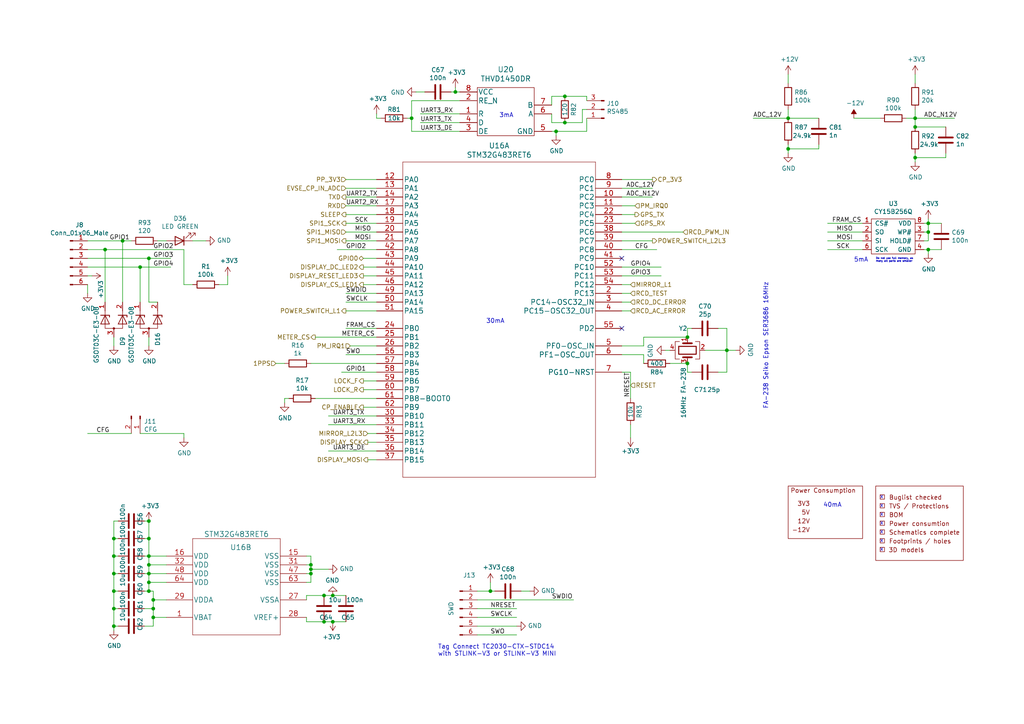
<source format=kicad_sch>
(kicad_sch (version 20211123) (generator eeschema)
  (paper "A4")
  (title_block (title "Yeti Board") (date "2021-05-14") (rev "02") (company "Pionix GmbH") (comment 1 "Cornelius Claussen"))
  (lib_symbols
    (symbol "Connector:Conn_01x02_Male" (pin_names (offset 1.016) hide)
      (property "Reference" "J" (at 0 2.54 0))
      (property "Value" "Conn_01x02_Male" (at 0 -5.08 0))
      (symbol "Conn_01x02_Male_1_1"
        (polyline (pts (xy 1.27 -2.54) (xy 0.8636 -2.54)) (stroke (width 0.1524)))
        (polyline (pts (xy 1.27 0) (xy 0.8636 0)) (stroke (width 0.1524)))
        (rectangle (start 0.8636 -2.413) (end 0 -2.667) (stroke (width 0.1524)) (fill (type outline)))
        (rectangle (start 0.8636 0.127) (end 0 -0.127) (stroke (width 0.1524)) (fill (type outline)))
        (pin passive line (at 5.08 0 180) (length 3.81) (name "Pin_1") (number "1"))
        (pin passive line (at 5.08 -2.54 180) (length 3.81) (name "Pin_2") (number "2"))
      )
    )
    (symbol "Connector:Conn_01x03_Male" (pin_names (offset 1.016) hide)
      (property "Reference" "J" (at 0 5.08 0))
      (property "Value" "Conn_01x03_Male" (at 0 -5.08 0))
      (symbol "Conn_01x03_Male_1_1"
        (polyline (pts (xy 1.27 -2.54) (xy 0.8636 -2.54)) (stroke (width 0.1524)))
        (polyline (pts (xy 1.27 0) (xy 0.8636 0)) (stroke (width 0.1524)))
        (polyline (pts (xy 1.27 2.54) (xy 0.8636 2.54)) (stroke (width 0.1524)))
        (rectangle (start 0.8636 -2.413) (end 0 -2.667) (stroke (width 0.1524)) (fill (type outline)))
        (rectangle (start 0.8636 0.127) (end 0 -0.127) (stroke (width 0.1524)) (fill (type outline)))
        (rectangle (start 0.8636 2.667) (end 0 2.413) (stroke (width 0.1524)) (fill (type outline)))
        (pin passive line (at 5.08 2.54 180) (length 3.81) (name "Pin_1") (number "1"))
        (pin passive line (at 5.08 0 180) (length 3.81) (name "Pin_2") (number "2"))
        (pin passive line (at 5.08 -2.54 180) (length 3.81) (name "Pin_3") (number "3"))
      )
    )
    (symbol "Connector:Conn_01x06_Male" (pin_names (offset 1.016) hide)
      (property "Reference" "J" (at 0 7.62 0))
      (property "Value" "Conn_01x06_Male" (at 0 -10.16 0))
      (symbol "Conn_01x06_Male_1_1"
        (polyline (pts (xy 1.27 -7.62) (xy 0.8636 -7.62)) (stroke (width 0.1524)))
        (polyline (pts (xy 1.27 -5.08) (xy 0.8636 -5.08)) (stroke (width 0.1524)))
        (polyline (pts (xy 1.27 -2.54) (xy 0.8636 -2.54)) (stroke (width 0.1524)))
        (polyline (pts (xy 1.27 0) (xy 0.8636 0)) (stroke (width 0.1524)))
        (polyline (pts (xy 1.27 2.54) (xy 0.8636 2.54)) (stroke (width 0.1524)))
        (polyline (pts (xy 1.27 5.08) (xy 0.8636 5.08)) (stroke (width 0.1524)))
        (rectangle (start 0.8636 -7.493) (end 0 -7.747) (stroke (width 0.1524)) (fill (type outline)))
        (rectangle (start 0.8636 -4.953) (end 0 -5.207) (stroke (width 0.1524)) (fill (type outline)))
        (rectangle (start 0.8636 -2.413) (end 0 -2.667) (stroke (width 0.1524)) (fill (type outline)))
        (rectangle (start 0.8636 0.127) (end 0 -0.127) (stroke (width 0.1524)) (fill (type outline)))
        (rectangle (start 0.8636 2.667) (end 0 2.413) (stroke (width 0.1524)) (fill (type outline)))
        (rectangle (start 0.8636 5.207) (end 0 4.953) (stroke (width 0.1524)) (fill (type outline)))
        (pin passive line (at 5.08 5.08 180) (length 3.81) (name "Pin_1") (number "1"))
        (pin passive line (at 5.08 2.54 180) (length 3.81) (name "Pin_2") (number "2"))
        (pin passive line (at 5.08 0 180) (length 3.81) (name "Pin_3") (number "3"))
        (pin passive line (at 5.08 -2.54 180) (length 3.81) (name "Pin_4") (number "4"))
        (pin passive line (at 5.08 -5.08 180) (length 3.81) (name "Pin_5") (number "5"))
        (pin passive line (at 5.08 -7.62 180) (length 3.81) (name "Pin_6") (number "6"))
      )
    )
    (symbol "Device:C" (pin_numbers hide) (pin_names (offset 0.254))
      (property "Reference" "C" (at 0.635 2.54 0))
      (property "Value" "C" (at 0.635 -2.54 0))
      (symbol "C_0_1"
        (polyline (pts (xy -2.032 -0.762) (xy 2.032 -0.762)) (stroke (width 0.508)))
        (polyline (pts (xy -2.032 0.762) (xy 2.032 0.762)) (stroke (width 0.508)))
      )
      (symbol "C_1_1"
        (pin passive line (at 0 3.81 270) (length 2.794) (name "~") (number "1"))
        (pin passive line (at 0 -3.81 90) (length 2.794) (name "~") (number "2"))
      )
    )
    (symbol "Device:Crystal_GND24" (pin_names (offset 1.016) hide)
      (property "Reference" "Y" (at 3.175 5.08 0))
      (property "Value" "Crystal_GND24" (at 3.175 3.175 0))
      (symbol "Crystal_GND24_0_1"
        (rectangle (start -1.143 2.54) (end 1.143 -2.54) (stroke (width 0.3048)))
        (polyline (pts (xy -2.54 0) (xy -2.032 0)))
        (polyline (pts (xy -2.032 -1.27) (xy -2.032 1.27)) (stroke (width 0.508)))
        (polyline (pts (xy 0 -3.81) (xy 0 -3.556)))
        (polyline (pts (xy 0 3.556) (xy 0 3.81)))
        (polyline (pts (xy 2.032 -1.27) (xy 2.032 1.27)) (stroke (width 0.508)))
        (polyline (pts (xy 2.032 0) (xy 2.54 0)))
        (polyline (pts (xy -2.54 -2.286) (xy -2.54 -3.556) (xy 2.54 -3.556) (xy 2.54 -2.286)))
        (polyline (pts (xy -2.54 2.286) (xy -2.54 3.556) (xy 2.54 3.556) (xy 2.54 2.286)))
      )
      (symbol "Crystal_GND24_1_1"
        (pin passive line (at -3.81 0 0) (length 1.27) (name "1") (number "1"))
        (pin passive line (at 0 5.08 270) (length 1.27) (name "2") (number "2"))
        (pin passive line (at 3.81 0 180) (length 1.27) (name "3") (number "3"))
        (pin passive line (at 0 -5.08 90) (length 1.27) (name "4") (number "4"))
      )
    )
    (symbol "Device:LED" (pin_numbers hide) (pin_names (offset 1.016) hide)
      (property "Reference" "D" (at 0 2.54 0))
      (property "Value" "LED" (at 0 -2.54 0))
      (symbol "LED_0_1"
        (polyline (pts (xy -1.27 -1.27) (xy -1.27 1.27)) (stroke (width 0.254)))
        (polyline (pts (xy -1.27 0) (xy 1.27 0)))
        (polyline (pts (xy 1.27 -1.27) (xy 1.27 1.27) (xy -1.27 0) (xy 1.27 -1.27)) (stroke (width 0.254)))
        (polyline (pts (xy -3.048 -0.762) (xy -4.572 -2.286) (xy -3.81 -2.286) (xy -4.572 -2.286) (xy -4.572 -1.524)))
        (polyline (pts (xy -1.778 -0.762) (xy -3.302 -2.286) (xy -2.54 -2.286) (xy -3.302 -2.286) (xy -3.302 -1.524)))
      )
      (symbol "LED_1_1"
        (pin passive line (at -3.81 0 0) (length 2.54) (name "K") (number "1"))
        (pin passive line (at 3.81 0 180) (length 2.54) (name "A") (number "2"))
      )
    )
    (symbol "Device:R" (pin_numbers hide) (pin_names (offset 0))
      (property "Reference" "R" (at 2.032 0 90))
      (property "Value" "R" (at 0 0 90))
      (symbol "R_0_1"
        (rectangle (start -1.016 -2.54) (end 1.016 2.54) (stroke (width 0.254)))
      )
      (symbol "R_1_1"
        (pin passive line (at 0 3.81 270) (length 1.27) (name "~") (number "1"))
        (pin passive line (at 0 -3.81 90) (length 1.27) (name "~") (number "2"))
      )
    )
    (symbol "Diode:2BZX84Cxx" (pin_names (offset 1.016) hide)
      (property "Reference" "D" (at 3.81 2.54 0))
      (property "Value" "2BZX84Cxx" (at 3.81 0 0))
      (symbol "2BZX84Cxx_0_1"
        (circle (center 0 -2.54) (radius 0.254) (fill (type outline)))
        (polyline (pts (xy -2.54 -1.27) (xy -2.54 2.54)))
        (polyline (pts (xy 2.54 -1.27) (xy 2.54 2.54)))
        (polyline (pts (xy -3.81 1.27) (xy -1.27 1.27) (xy -1.27 0.762)) (stroke (width 0.254)))
        (polyline (pts (xy 1.27 1.27) (xy 3.81 1.27) (xy 3.81 0.762)) (stroke (width 0.254)))
        (polyline (pts (xy -2.54 0) (xy -2.54 -2.54) (xy 2.54 -2.54) (xy 2.54 0)))
      )
      (symbol "2BZX84Cxx_1_1"
        (polyline (pts (xy -3.81 -1.27) (xy -1.27 -1.27) (xy -2.54 1.27) (xy -3.81 -1.27)) (stroke (width 0.2032)))
        (polyline (pts (xy 1.27 -1.27) (xy 3.81 -1.27) (xy 2.54 1.27) (xy 1.27 -1.27)) (stroke (width 0.2032)))
        (pin passive line (at -2.54 5.08 270) (length 2.54) (name "K") (number "1"))
        (pin passive line (at 2.54 5.08 270) (length 2.54) (name "K") (number "2"))
        (pin passive line (at 0 -5.08 90) (length 2.54) (name "A") (number "3"))
      )
    )
    (symbol "ev-devboard:CHECKLIST" (pin_numbers hide) (pin_names (offset 0) hide)
      (symbol "CHECKLIST_0_0"
        (rectangle (start -11.43 10.16) (end 13.97 -11.43))
        (rectangle (start -10.16 7.62) (end -8.89 6.35))
        (text "3D models" (at -2.54 -7.62 0) (effects (font (size 1.27 1.27)) (justify top)))
        (text "BOM" (at -7.62 2.54 0) (effects (font (size 1.27 1.27)) (justify left top)))
        (text "Buglist checked" (at -7.62 7.62 0) (effects (font (size 1.27 1.27)) (justify left top)))
        (text "Footprints / holes" (at -7.62 -5.08 0) (effects (font (size 1.27 1.27)) (justify left top)))
        (text "Power consumtion" (at -7.62 0 0) (effects (font (size 1.27 1.27)) (justify left top)))
        (text "Schematics complete" (at -7.62 -2.54 0) (effects (font (size 1.27 1.27)) (justify left top)))
        (text "TVS / Protections" (at -7.62 5.08 0) (effects (font (size 1.27 1.27)) (justify left top)))
      )
      (symbol "CHECKLIST_1_1"
        (rectangle (start -10.16 -7.62) (end -8.89 -8.89))
        (rectangle (start -10.16 -5.08) (end -8.89 -6.35))
        (rectangle (start -10.16 -2.54) (end -8.89 -3.81))
        (rectangle (start -10.16 0) (end -8.89 -1.27))
        (rectangle (start -10.16 2.54) (end -8.89 1.27))
        (rectangle (start -10.16 5.08) (end -8.89 3.81))
      )
    )
    (symbol "ev-devboard:CY15B256Q" (pin_names (offset 1.016))
      (property "Reference" "U" (at 0 8.89 0))
      (property "Value" "CY15B256Q" (at 0 6.35 0))
      (symbol "CY15B256Q_0_1"
        (rectangle (start -6.35 5.08) (end 6.35 -5.08))
      )
      (symbol "CY15B256Q_1_1"
        (pin input line (at -8.89 3.81 0) (length 2.54) (name "CS#") (number "1"))
        (pin bidirectional line (at -8.89 1.27 0) (length 2.54) (name "SO") (number "2"))
        (pin input line (at 8.89 1.27 180) (length 2.54) (name "WP#") (number "3"))
        (pin power_in line (at 8.89 -3.81 180) (length 2.54) (name "GND") (number "4"))
        (pin input line (at -8.89 -1.27 0) (length 2.54) (name "SI") (number "5"))
        (pin input line (at -8.89 -3.81 0) (length 2.54) (name "SCK") (number "6"))
        (pin input line (at 8.89 -1.27 180) (length 2.54) (name "HOLD#") (number "7"))
        (pin power_in line (at 8.89 3.81 180) (length 2.54) (name "VDD") (number "8"))
      )
    )
    (symbol "ev-devboard:POWERCONSUMPTION" (pin_names (offset 1.016))
      (symbol "POWERCONSUMPTION_0_0"
        (rectangle (start -10.16 7.62) (end 11.43 -7.62))
        (text "-12V" (at -3.81 -5.08 0) (effects (font (size 1.27 1.27)) (justify right)))
        (text "12V" (at -3.81 -2.54 0) (effects (font (size 1.27 1.27)) (justify right)))
        (text "3V3" (at -3.81 2.54 0) (effects (font (size 1.27 1.27)) (justify right)))
        (text "5V" (at -3.81 0 0) (effects (font (size 1.27 1.27)) (justify right)))
        (text "Power Consumption" (at 0 6.35 0) (effects (font (size 1.27 1.27))))
      )
    )
    (symbol "ev-devboard:STM32G483RET6" (pin_names (offset 0.254))
      (property "Reference" "U" (at 35.56 10.16 0))
      (property "Value" "STM32G483RET6" (at 35.56 7.62 0))
      (symbol "STM32G483RET6_1_1"
        (polyline (pts (xy 7.62 -86.36) (xy 63.5 -86.36)) (stroke (width 0.127)))
        (polyline (pts (xy 7.62 5.08) (xy 7.62 -86.36)) (stroke (width 0.127)))
        (polyline (pts (xy 63.5 -86.36) (xy 63.5 5.08)) (stroke (width 0.127)))
        (polyline (pts (xy 63.5 5.08) (xy 7.62 5.08)) (stroke (width 0.127)))
        (pin bidirectional line (at 71.12 -5.08 180) (length 7.62) (name "PC2") (number "10"))
        (pin bidirectional line (at 71.12 -7.62 180) (length 7.62) (name "PC3") (number "11"))
        (pin bidirectional line (at 0 0 0) (length 7.62) (name "PA0") (number "12"))
        (pin bidirectional line (at 0 -2.54 0) (length 7.62) (name "PA1") (number "13"))
        (pin bidirectional line (at 0 -5.08 0) (length 7.62) (name "PA2") (number "14"))
        (pin bidirectional line (at 0 -7.62 0) (length 7.62) (name "PA3") (number "17"))
        (pin bidirectional line (at 0 -10.16 0) (length 7.62) (name "PA4") (number "18"))
        (pin bidirectional line (at 0 -12.7 0) (length 7.62) (name "PA5") (number "19"))
        (pin bidirectional line (at 71.12 -33.02 180) (length 7.62) (name "PC13") (number "2"))
        (pin bidirectional line (at 0 -15.24 0) (length 7.62) (name "PA6") (number "20"))
        (pin bidirectional line (at 0 -17.78 0) (length 7.62) (name "PA7") (number "21"))
        (pin bidirectional line (at 71.12 -10.16 180) (length 7.62) (name "PC4") (number "22"))
        (pin bidirectional line (at 71.12 -12.7 180) (length 7.62) (name "PC5") (number "23"))
        (pin bidirectional line (at 0 -43.18 0) (length 7.62) (name "PB0") (number "24"))
        (pin bidirectional line (at 0 -45.72 0) (length 7.62) (name "PB1") (number "25"))
        (pin bidirectional line (at 0 -48.26 0) (length 7.62) (name "PB2") (number "26"))
        (pin bidirectional line (at 71.12 -35.56 180) (length 7.62) (name "PC14-OSC32_IN") (number "3"))
        (pin bidirectional line (at 0 -68.58 0) (length 7.62) (name "PB10") (number "30"))
        (pin bidirectional line (at 0 -71.12 0) (length 7.62) (name "PB11") (number "33"))
        (pin bidirectional line (at 0 -73.66 0) (length 7.62) (name "PB12") (number "34"))
        (pin bidirectional line (at 0 -76.2 0) (length 7.62) (name "PB13") (number "35"))
        (pin bidirectional line (at 0 -78.74 0) (length 7.62) (name "PB14") (number "36"))
        (pin bidirectional line (at 0 -81.28 0) (length 7.62) (name "PB15") (number "37"))
        (pin bidirectional line (at 71.12 -15.24 180) (length 7.62) (name "PC6") (number "38"))
        (pin bidirectional line (at 71.12 -17.78 180) (length 7.62) (name "PC7") (number "39"))
        (pin bidirectional line (at 71.12 -38.1 180) (length 7.62) (name "PC15-OSC32_OUT") (number "4"))
        (pin bidirectional line (at 71.12 -20.32 180) (length 7.62) (name "PC8") (number "40"))
        (pin bidirectional line (at 71.12 -22.86 180) (length 7.62) (name "PC9") (number "41"))
        (pin bidirectional line (at 0 -20.32 0) (length 7.62) (name "PA8") (number "42"))
        (pin bidirectional line (at 0 -22.86 0) (length 7.62) (name "PA9") (number "43"))
        (pin bidirectional line (at 0 -25.4 0) (length 7.62) (name "PA10") (number "44"))
        (pin bidirectional line (at 0 -27.94 0) (length 7.62) (name "PA11") (number "45"))
        (pin bidirectional line (at 0 -30.48 0) (length 7.62) (name "PA12") (number "46"))
        (pin bidirectional line (at 0 -33.02 0) (length 7.62) (name "PA13") (number "49"))
        (pin bidirectional line (at 71.12 -48.26 180) (length 7.62) (name "PF0-OSC_IN") (number "5"))
        (pin bidirectional line (at 0 -35.56 0) (length 7.62) (name "PA14") (number "50"))
        (pin bidirectional line (at 0 -38.1 0) (length 7.62) (name "PA15") (number "51"))
        (pin bidirectional line (at 71.12 -25.4 180) (length 7.62) (name "PC10") (number "52"))
        (pin bidirectional line (at 71.12 -27.94 180) (length 7.62) (name "PC11") (number "53"))
        (pin bidirectional line (at 71.12 -30.48 180) (length 7.62) (name "PC12") (number "54"))
        (pin bidirectional line (at 71.12 -43.18 180) (length 7.62) (name "PD2") (number "55"))
        (pin bidirectional line (at 0 -50.8 0) (length 7.62) (name "PB3") (number "56"))
        (pin bidirectional line (at 0 -53.34 0) (length 7.62) (name "PB4") (number "57"))
        (pin bidirectional line (at 0 -55.88 0) (length 7.62) (name "PB5") (number "58"))
        (pin bidirectional line (at 0 -58.42 0) (length 7.62) (name "PB6") (number "59"))
        (pin bidirectional line (at 71.12 -50.8 180) (length 7.62) (name "PF1-OSC_OUT") (number "6"))
        (pin bidirectional line (at 0 -60.96 0) (length 7.62) (name "PB7") (number "60"))
        (pin bidirectional line (at 0 -63.5 0) (length 7.62) (name "PB8-BOOT0") (number "61"))
        (pin bidirectional line (at 0 -66.04 0) (length 7.62) (name "PB9") (number "62"))
        (pin passive line (at 71.12 -55.88 180) (length 7.62) (name "PG10-NRST") (number "7"))
        (pin bidirectional line (at 71.12 0 180) (length 7.62) (name "PC0") (number "8"))
        (pin bidirectional line (at 71.12 -2.54 180) (length 7.62) (name "PC1") (number "9"))
      )
      (symbol "STM32G483RET6_2_1"
        (polyline (pts (xy 7.62 -22.86) (xy 33.02 -22.86)) (stroke (width 0.127)))
        (polyline (pts (xy 7.62 5.08) (xy 7.62 -22.86)) (stroke (width 0.127)))
        (polyline (pts (xy 33.02 -22.86) (xy 33.02 5.08)) (stroke (width 0.127)))
        (polyline (pts (xy 33.02 5.08) (xy 7.62 5.08)) (stroke (width 0.127)))
        (pin power_in line (at 0 -17.78 0) (length 7.62) (name "VBAT") (number "1"))
        (pin power_in line (at 40.64 0 180) (length 7.62) (name "VSS") (number "15"))
        (pin power_in line (at 0 0 0) (length 7.62) (name "VDD") (number "16"))
        (pin power_in line (at 40.64 -12.7 180) (length 7.62) (name "VSSA") (number "27"))
        (pin power_in line (at 40.64 -17.78 180) (length 7.62) (name "VREF+") (number "28"))
        (pin power_in line (at 0 -12.7 0) (length 7.62) (name "VDDA") (number "29"))
        (pin power_in line (at 40.64 -2.54 180) (length 7.62) (name "VSS") (number "31"))
        (pin power_in line (at 0 -2.54 0) (length 7.62) (name "VDD") (number "32"))
        (pin power_in line (at 40.64 -5.08 180) (length 7.62) (name "VSS") (number "47"))
        (pin power_in line (at 0 -5.08 0) (length 7.62) (name "VDD") (number "48"))
        (pin power_in line (at 40.64 -7.62 180) (length 7.62) (name "VSS") (number "63"))
        (pin power_in line (at 0 -7.62 0) (length 7.62) (name "VDD") (number "64"))
      )
    )
    (symbol "ev-devboard:THVD1450DR" (pin_names (offset 0.254))
      (property "Reference" "U" (at 0 2.54 0))
      (property "Value" "THVD1450DR" (at 0 10.16 0))
      (property "Digikey" "296-50395-1-ND" (at 0 0 0))
      (property "MPN" "THVD1450DR" (at 0 0 0))
      (property "Manufacturer" "TI" (at 0 0 0))
      (property "Price" "1.42" (at 0 0 0))
      (symbol "THVD1450DR_1_1"
        (rectangle (start -8.89 7.62) (end 7.62 -6.35))
        (pin output line (at -13.97 0 0) (length 5.08) (name "R") (number "1"))
        (pin input line (at -13.97 3.81 0) (length 5.08) (name "RE_N") (number "2"))
        (pin input line (at -13.97 -5.08 0) (length 5.08) (name "DE") (number "3"))
        (pin input line (at -13.97 -2.54 0) (length 5.08) (name "D") (number "4"))
        (pin power_in line (at 12.7 -5.08 180) (length 5.08) (name "GND") (number "5"))
        (pin bidirectional line (at 12.7 0 180) (length 5.08) (name "A") (number "6"))
        (pin bidirectional line (at 12.7 2.54 180) (length 5.08) (name "B") (number "7"))
        (pin power_in line (at -13.97 6.35 0) (length 5.08) (name "VCC") (number "8"))
      )
    )
    (symbol "power:+12V" (power) (pin_names (offset 0))
      (property "Value" "+12V" (at 0 3.556 0))
      (symbol "+12V_0_1"
        (polyline (pts (xy -0.762 1.27) (xy 0 2.54)))
        (polyline (pts (xy 0 0) (xy 0 2.54)))
        (polyline (pts (xy 0 2.54) (xy 0.762 1.27)))
      )
      (symbol "+12V_1_1"
        (pin power_in line (at 0 0 90) (length 0) hide (name "+12V") (number "1"))
      )
    )
    (symbol "power:+3.3V" (power) (pin_names (offset 0))
      (property "Value" "+3.3V" (at 0 3.556 0))
      (symbol "+3.3V_0_1"
        (polyline (pts (xy -0.762 1.27) (xy 0 2.54)))
        (polyline (pts (xy 0 0) (xy 0 2.54)))
        (polyline (pts (xy 0 2.54) (xy 0.762 1.27)))
      )
      (symbol "+3.3V_1_1"
        (pin power_in line (at 0 0 90) (length 0) hide (name "+3V3") (number "1"))
      )
    )
    (symbol "power:-12V" (power) (pin_names (offset 0))
      (property "Value" "-12V" (at 0 3.81 0))
      (symbol "-12V_0_0"
        (pin power_in line (at 0 0 90) (length 0) hide (name "-12V") (number "1"))
      )
      (symbol "-12V_0_1"
        (polyline (pts (xy 0 0) (xy 0 1.27) (xy 0.762 1.27) (xy 0 2.54) (xy -0.762 1.27) (xy 0 1.27)) (fill (type outline)))
      )
    )
    (symbol "power:GND" (power) (pin_names (offset 0))
      (property "Value" "GND" (at 0 -3.81 0))
      (symbol "GND_0_1"
        (polyline (pts (xy 0 0) (xy 0 -1.27) (xy 1.27 -1.27) (xy 0 -2.54) (xy -1.27 -1.27) (xy 0 -1.27)))
      )
      (symbol "GND_1_1"
        (pin power_in line (at 0 0 270) (length 0) hide (name "GND") (number "1"))
      )
    )
  )
  (junction (at 228.6 43.18))
  (junction (at 265.43 36.83))
  (junction (at 265.43 45.72))
  (junction (at 228.6 34.29))
  (junction (at 132.08 26.67))
  (junction (at 93.98 172.72))
  (junction (at 161.29 38.1))
  (junction (at 44.45 176.53))
  (junction (at 93.98 180.34))
  (junction (at 90.17 166.37))
  (junction (at 43.18 171.45))
  (junction (at 96.52 180.34))
  (junction (at 44.45 179.07))
  (junction (at 35.56 69.85))
  (junction (at 33.02 176.53))
  (junction (at 96.52 172.72))
  (junction (at 30.48 72.39))
  (junction (at 33.02 171.45))
  (junction (at 269.24 67.31))
  (junction (at 163.83 27.94))
  (junction (at 43.18 74.93))
  (junction (at 33.02 161.29))
  (junction (at 199.39 97.79))
  (junction (at 43.18 151.13))
  (junction (at 142.24 171.45))
  (junction (at 90.17 165.1))
  (junction (at 43.18 168.91))
  (junction (at 43.18 161.29))
  (junction (at 43.18 156.21))
  (junction (at 33.02 156.21))
  (junction (at 44.45 173.99))
  (junction (at 43.18 166.37))
  (junction (at 269.24 64.77))
  (junction (at 265.43 34.29))
  (junction (at 210.82 101.6))
  (junction (at 119.38 34.29))
  (junction (at 199.39 105.41))
  (junction (at 33.02 166.37))
  (junction (at 163.83 35.56))
  (junction (at 33.02 181.61))
  (junction (at 90.17 163.83))
  (junction (at 40.64 77.47))
  (junction (at 269.24 72.39))
  (junction (at 43.18 163.83))
  (no_connect (at 180.34 74.93))
  (no_connect (at 180.34 95.25))
  (wire (pts (xy 25.4 82.55) (xy 25.4 85.09)))
  (wire (pts (xy 90.17 105.41) (xy 109.22 105.41)))
  (wire (pts (xy 43.18 161.29) (xy 43.18 156.21)))
  (wire (pts (xy 41.91 171.45) (xy 43.18 171.45)))
  (wire (pts (xy 163.83 35.56) (xy 168.91 35.56)))
  (wire (pts (xy 93.98 172.72) (xy 96.52 172.72)))
  (wire (pts (xy 90.17 166.37) (xy 88.9 166.37)))
  (wire (pts (xy 34.29 166.37) (xy 33.02 166.37)))
  (wire (pts (xy 34.29 161.29) (xy 33.02 161.29)))
  (wire (pts (xy 228.6 34.29) (xy 237.49 34.29)))
  (wire (pts (xy 34.29 171.45) (xy 33.02 171.45)))
  (wire (pts (xy 180.34 77.47) (xy 191.77 77.47)))
  (wire (pts (xy 83.82 115.57) (xy 82.55 115.57)))
  (wire (pts (xy 97.79 72.39) (xy 109.22 72.39)))
  (wire (pts (xy 182.88 82.55) (xy 180.34 82.55)))
  (wire (pts (xy 109.22 59.69) (xy 100.33 59.69)))
  (wire (pts (xy 33.02 176.53) (xy 33.02 181.61)))
  (wire (pts (xy 44.45 181.61) (xy 44.45 179.07)))
  (wire (pts (xy 90.17 168.91) (xy 90.17 166.37)))
  (wire (pts (xy 138.43 179.07) (xy 149.86 179.07)))
  (wire (pts (xy 43.18 74.93) (xy 43.18 87.63)))
  (wire (pts (xy 228.6 43.18) (xy 228.6 44.45)))
  (wire (pts (xy 132.08 26.67) (xy 133.35 26.67)))
  (wire (pts (xy 35.56 69.85) (xy 38.1 69.85)))
  (wire (pts (xy 180.34 57.15) (xy 189.23 57.15)))
  (wire (pts (xy 43.18 166.37) (xy 41.91 166.37)))
  (wire (pts (xy 30.48 72.39) (xy 53.34 72.39)))
  (wire (pts (xy 55.88 69.85) (xy 59.69 69.85)))
  (wire (pts (xy 44.45 176.53) (xy 44.45 173.99)))
  (wire (pts (xy 247.65 34.29) (xy 255.27 34.29)))
  (wire (pts (xy 170.18 27.94) (xy 170.18 29.21)))
  (wire (pts (xy 90.17 165.1) (xy 90.17 163.83)))
  (wire (pts (xy 153.67 171.45) (xy 151.13 171.45)))
  (wire (pts (xy 48.26 163.83) (xy 43.18 163.83)))
  (wire (pts (xy 25.4 69.85) (xy 35.56 69.85)))
  (wire (pts (xy 43.18 156.21) (xy 43.18 151.13)))
  (wire (pts (xy 109.22 102.87) (xy 100.33 102.87)))
  (wire (pts (xy 109.22 128.27) (xy 106.68 128.27)))
  (wire (pts (xy 88.9 173.99) (xy 88.9 172.72)))
  (wire (pts (xy 269.24 69.85) (xy 269.24 67.31)))
  (wire (pts (xy 161.29 38.1) (xy 161.29 39.37)))
  (wire (pts (xy 82.55 115.57) (xy 82.55 116.84)))
  (wire (pts (xy 138.43 171.45) (xy 142.24 171.45)))
  (wire (pts (xy 265.43 21.59) (xy 265.43 24.13)))
  (wire (pts (xy 106.68 125.73) (xy 109.22 125.73)))
  (wire (pts (xy 170.18 38.1) (xy 170.18 34.29)))
  (wire (pts (xy 265.43 34.29) (xy 265.43 36.83)))
  (wire (pts (xy 123.19 26.67) (xy 120.65 26.67)))
  (wire (pts (xy 180.34 80.01) (xy 191.77 80.01)))
  (wire (pts (xy 40.64 125.73) (xy 53.34 125.73)))
  (wire (pts (xy 182.88 107.95) (xy 182.88 115.57)))
  (wire (pts (xy 35.56 69.85) (xy 35.56 87.63)))
  (wire (pts (xy 237.49 43.18) (xy 237.49 41.91)))
  (wire (pts (xy 41.91 151.13) (xy 43.18 151.13)))
  (wire (pts (xy 90.17 161.29) (xy 88.9 161.29)))
  (wire (pts (xy 161.29 38.1) (xy 170.18 38.1)))
  (wire (pts (xy 180.34 54.61) (xy 189.23 54.61)))
  (wire (pts (xy 199.39 107.95) (xy 199.39 105.41)))
  (wire (pts (xy 109.22 113.03) (xy 105.41 113.03)))
  (wire (pts (xy 228.6 21.59) (xy 228.6 24.13)))
  (wire (pts (xy 43.18 166.37) (xy 43.18 163.83)))
  (wire (pts (xy 109.22 90.17) (xy 100.33 90.17)))
  (wire (pts (xy 119.38 38.1) (xy 119.38 34.29)))
  (wire (pts (xy 194.31 101.6) (xy 193.04 101.6)))
  (wire (pts (xy 109.22 74.93) (xy 105.41 74.93)))
  (wire (pts (xy 25.4 125.73) (xy 38.1 125.73)))
  (wire (pts (xy 180.34 107.95) (xy 182.88 107.95)))
  (wire (pts (xy 25.4 77.47) (xy 40.64 77.47)))
  (wire (pts (xy 180.34 85.09) (xy 182.88 85.09)))
  (wire (pts (xy 90.17 165.1) (xy 95.25 165.1)))
  (wire (pts (xy 88.9 172.72) (xy 93.98 172.72)))
  (wire (pts (xy 228.6 41.91) (xy 228.6 43.18)))
  (wire (pts (xy 33.02 97.79) (xy 33.02 100.33)))
  (wire (pts (xy 198.12 67.31) (xy 180.34 67.31)))
  (wire (pts (xy 109.22 33.02) (xy 109.22 34.29)))
  (wire (pts (xy 138.43 176.53) (xy 149.86 176.53)))
  (wire (pts (xy 109.22 95.25) (xy 100.33 95.25)))
  (wire (pts (xy 262.89 34.29) (xy 265.43 34.29)))
  (wire (pts (xy 41.91 176.53) (xy 44.45 176.53)))
  (wire (pts (xy 138.43 181.61) (xy 149.86 181.61)))
  (wire (pts (xy 138.43 184.15) (xy 149.86 184.15)))
  (wire (pts (xy 182.88 90.17) (xy 180.34 90.17)))
  (wire (pts (xy 40.64 77.47) (xy 49.53 77.47)))
  (wire (pts (xy 184.15 59.69) (xy 180.34 59.69)))
  (wire (pts (xy 109.22 120.65) (xy 95.25 120.65)))
  (wire (pts (xy 44.45 179.07) (xy 44.45 176.53)))
  (wire (pts (xy 33.02 166.37) (xy 33.02 171.45)))
  (wire (pts (xy 82.55 105.41) (xy 80.01 105.41)))
  (wire (pts (xy 43.18 87.63) (xy 45.72 87.63)))
  (wire (pts (xy 43.18 161.29) (xy 43.18 163.83)))
  (wire (pts (xy 43.18 97.79) (xy 43.18 100.33)))
  (wire (pts (xy 44.45 173.99) (xy 48.26 173.99)))
  (wire (pts (xy 180.34 100.33) (xy 186.69 100.33)))
  (wire (pts (xy 228.6 34.29) (xy 228.6 31.75)))
  (wire (pts (xy 199.39 95.25) (xy 200.66 95.25)))
  (wire (pts (xy 163.83 27.94) (xy 170.18 27.94)))
  (wire (pts (xy 48.26 179.07) (xy 44.45 179.07)))
  (wire (pts (xy 265.43 44.45) (xy 265.43 45.72)))
  (wire (pts (xy 194.31 105.41) (xy 199.39 105.41)))
  (wire (pts (xy 265.43 45.72) (xy 265.43 46.99)))
  (wire (pts (xy 269.24 64.77) (xy 273.05 64.77)))
  (wire (pts (xy 93.98 180.34) (xy 88.9 180.34)))
  (wire (pts (xy 88.9 163.83) (xy 90.17 163.83)))
  (wire (pts (xy 109.22 82.55) (xy 105.41 82.55)))
  (wire (pts (xy 269.24 72.39) (xy 269.24 73.66)))
  (wire (pts (xy 34.29 176.53) (xy 33.02 176.53)))
  (wire (pts (xy 130.81 26.67) (xy 132.08 26.67)))
  (wire (pts (xy 25.4 72.39) (xy 30.48 72.39)))
  (wire (pts (xy 199.39 97.79) (xy 199.39 95.25)))
  (wire (pts (xy 274.32 45.72) (xy 274.32 44.45)))
  (wire (pts (xy 88.9 168.91) (xy 90.17 168.91)))
  (wire (pts (xy 109.22 54.61) (xy 100.33 54.61)))
  (wire (pts (xy 182.88 123.19) (xy 182.88 127)))
  (wire (pts (xy 90.17 166.37) (xy 90.17 165.1)))
  (wire (pts (xy 109.22 110.49) (xy 105.41 110.49)))
  (wire (pts (xy 33.02 161.29) (xy 33.02 166.37)))
  (wire (pts (xy 53.34 125.73) (xy 53.34 127)))
  (wire (pts (xy 109.22 34.29) (xy 110.49 34.29)))
  (wire (pts (xy 160.02 35.56) (xy 163.83 35.56)))
  (wire (pts (xy 34.29 156.21) (xy 33.02 156.21)))
  (wire (pts (xy 63.5 82.55) (xy 66.04 82.55)))
  (wire (pts (xy 48.26 166.37) (xy 43.18 166.37)))
  (wire (pts (xy 91.44 97.79) (xy 109.22 97.79)))
  (wire (pts (xy 210.82 101.6) (xy 210.82 107.95)))
  (wire (pts (xy 109.22 87.63) (xy 100.33 87.63)))
  (wire (pts (xy 53.34 72.39) (xy 53.34 82.55)))
  (wire (pts (xy 30.48 72.39) (xy 30.48 87.63)))
  (wire (pts (xy 40.64 87.63) (xy 40.64 77.47)))
  (wire (pts (xy 250.19 67.31) (xy 240.03 67.31)))
  (wire (pts (xy 91.44 115.57) (xy 109.22 115.57)))
  (wire (pts (xy 48.26 168.91) (xy 43.18 168.91)))
  (wire (pts (xy 109.22 133.35) (xy 106.68 133.35)))
  (wire (pts (xy 210.82 101.6) (xy 213.36 101.6)))
  (wire (pts (xy 99.06 107.95) (xy 109.22 107.95)))
  (wire (pts (xy 210.82 107.95) (xy 208.28 107.95)))
  (wire (pts (xy 41.91 181.61) (xy 44.45 181.61)))
  (wire (pts (xy 160.02 38.1) (xy 161.29 38.1)))
  (wire (pts (xy 208.28 95.25) (xy 210.82 95.25)))
  (wire (pts (xy 109.22 130.81) (xy 95.25 130.81)))
  (wire (pts (xy 142.24 171.45) (xy 142.24 168.91)))
  (wire (pts (xy 265.43 34.29) (xy 276.86 34.29)))
  (wire (pts (xy 119.38 34.29) (xy 118.11 34.29)))
  (wire (pts (xy 180.34 69.85) (xy 189.23 69.85)))
  (wire (pts (xy 44.45 171.45) (xy 43.18 171.45)))
  (wire (pts (xy 265.43 31.75) (xy 265.43 34.29)))
  (wire (pts (xy 132.08 25.4) (xy 132.08 26.67)))
  (wire (pts (xy 66.04 82.55) (xy 66.04 80.01)))
  (wire (pts (xy 119.38 29.21) (xy 133.35 29.21)))
  (wire (pts (xy 180.34 102.87) (xy 186.69 102.87)))
  (wire (pts (xy 34.29 181.61) (xy 33.02 181.61)))
  (wire (pts (xy 168.91 35.56) (xy 168.91 31.75)))
  (wire (pts (xy 26.67 80.01) (xy 25.4 80.01)))
  (wire (pts (xy 265.43 45.72) (xy 274.32 45.72)))
  (wire (pts (xy 88.9 180.34) (xy 88.9 179.07)))
  (wire (pts (xy 33.02 181.61) (xy 33.02 182.88)))
  (wire (pts (xy 48.26 69.85) (xy 45.72 69.85)))
  (wire (pts (xy 109.22 62.23) (xy 100.33 62.23)))
  (wire (pts (xy 138.43 173.99) (xy 166.37 173.99)))
  (wire (pts (xy 180.34 72.39) (xy 190.5 72.39)))
  (wire (pts (xy 119.38 34.29) (xy 119.38 29.21)))
  (wire (pts (xy 96.52 180.34) (xy 93.98 180.34)))
  (wire (pts (xy 41.91 161.29) (xy 43.18 161.29)))
  (wire (pts (xy 228.6 43.18) (xy 237.49 43.18)))
  (wire (pts (xy 180.34 52.07) (xy 189.23 52.07)))
  (wire (pts (xy 101.6 100.33) (xy 109.22 100.33)))
  (wire (pts (xy 200.66 107.95) (xy 199.39 107.95)))
  (wire (pts (xy 143.51 171.45) (xy 142.24 171.45)))
  (wire (pts (xy 33.02 156.21) (xy 33.02 161.29)))
  (wire (pts (xy 273.05 72.39) (xy 269.24 72.39)))
  (wire (pts (xy 250.19 69.85) (xy 240.03 69.85)))
  (wire (pts (xy 180.34 87.63) (xy 182.88 87.63)))
  (wire (pts (xy 33.02 176.53) (xy 33.02 171.45)))
  (wire (pts (xy 109.22 118.11) (xy 105.41 118.11)))
  (wire (pts (xy 160.02 33.02) (xy 160.02 35.56)))
  (wire (pts (xy 267.97 69.85) (xy 269.24 69.85)))
  (wire (pts (xy 133.35 33.02) (xy 121.92 33.02)))
  (wire (pts (xy 186.69 100.33) (xy 186.69 97.79)))
  (wire (pts (xy 109.22 67.31) (xy 100.33 67.31)))
  (wire (pts (xy 109.22 80.01) (xy 105.41 80.01)))
  (wire (pts (xy 267.97 72.39) (xy 269.24 72.39)))
  (wire (pts (xy 267.97 64.77) (xy 269.24 64.77)))
  (wire (pts (xy 109.22 69.85) (xy 100.33 69.85)))
  (wire (pts (xy 109.22 64.77) (xy 100.33 64.77)))
  (wire (pts (xy 250.19 72.39) (xy 240.03 72.39)))
  (wire (pts (xy 43.18 171.45) (xy 43.18 168.91)))
  (wire (pts (xy 100.33 180.34) (xy 96.52 180.34)))
  (wire (pts (xy 119.38 38.1) (xy 133.35 38.1)))
  (wire (pts (xy 204.47 101.6) (xy 210.82 101.6)))
  (wire (pts (xy 109.22 123.19) (xy 95.25 123.19)))
  (wire (pts (xy 160.02 30.48) (xy 160.02 27.94)))
  (wire (pts (xy 109.22 85.09) (xy 100.33 85.09)))
  (wire (pts (xy 33.02 151.13) (xy 34.29 151.13)))
  (wire (pts (xy 160.02 27.94) (xy 163.83 27.94)))
  (wire (pts (xy 168.91 31.75) (xy 170.18 31.75)))
  (wire (pts (xy 184.15 64.77) (xy 180.34 64.77)))
  (wire (pts (xy 109.22 57.15) (xy 100.33 57.15)))
  (wire (pts (xy 250.19 64.77) (xy 240.03 64.77)))
  (wire (pts (xy 274.32 36.83) (xy 265.43 36.83)))
  (wire (pts (xy 210.82 95.25) (xy 210.82 101.6)))
  (wire (pts (xy 109.22 77.47) (xy 105.41 77.47)))
  (wire (pts (xy 218.44 34.29) (xy 228.6 34.29)))
  (wire (pts (xy 43.18 74.93) (xy 49.53 74.93)))
  (wire (pts (xy 55.88 82.55) (xy 53.34 82.55)))
  (wire (pts (xy 186.69 102.87) (xy 186.69 105.41)))
  (wire (pts (xy 90.17 163.83) (xy 90.17 161.29)))
  (wire (pts (xy 48.26 161.29) (xy 43.18 161.29)))
  (wire (pts (xy 43.18 156.21) (xy 41.91 156.21)))
  (wire (pts (xy 121.92 35.56) (xy 133.35 35.56)))
  (wire (pts (xy 33.02 151.13) (xy 33.02 156.21)))
  (wire (pts (xy 44.45 173.99) (xy 44.45 171.45)))
  (wire (pts (xy 186.69 97.79) (xy 199.39 97.79)))
  (wire (pts (xy 184.15 62.23) (xy 180.34 62.23)))
  (wire (pts (xy 43.18 168.91) (xy 43.18 166.37)))
  (wire (pts (xy 109.22 52.07) (xy 100.33 52.07)))
  (wire (pts (xy 25.4 74.93) (xy 43.18 74.93)))
  (wire (pts (xy 267.97 67.31) (xy 269.24 67.31)))
  (wire (pts (xy 96.52 172.72) (xy 100.33 172.72)))
  (wire (pts (xy 269.24 64.77) (xy 269.24 63.5)))
  (wire (pts (xy 269.24 67.31) (xy 269.24 64.77)))
  (text "X" (at 255.27 152.4 0) (effects (font (size 0.762 0.762)) (justify left bottom)))
  (text "X" (at 255.27 147.32 0) (effects (font (size 0.762 0.762)) (justify left bottom)))
  (text "Do not use full memory, as\nmany alt parts are smaller" (at 254 76.2 0) (effects (font (size 0.508 0.508)) (justify left bottom)))
  (text "3mA\n" (at 144.78 34.29 0) (effects (font (size 1.27 1.27)) (justify left bottom)))
  (text "30mA\n" (at 140.97 93.98 0) (effects (font (size 1.27 1.27)) (justify left bottom)))
  (text "X" (at 255.27 160.02 0) (effects (font (size 0.762 0.762)) (justify left bottom)))
  (text "FA-238 Seiko Epson SER3686 16MHz" (at 222.885 118.745 90) (effects (font (size 1.27 1.27)) (justify left bottom)))
  (text "5mA\n" (at 247.65 76.2 0) (effects (font (size 1.27 1.27)) (justify left bottom)))
  (text "Tag Connect TC2030-CTX-STDC14\nwith STLINK-V3 or STLINK-V3 MINI" (at 127 190.5 0) (effects (font (size 1.27 1.27)) (justify left bottom)))
  (text "40mA" (at 238.76 147.32 0) (effects (font (size 1.27 1.27)) (justify left bottom)))
  (text "X" (at 255.27 149.86 0) (effects (font (size 0.762 0.762)) (justify left bottom)))
  (text "X" (at 255.27 154.94 0) (effects (font (size 0.762 0.762)) (justify left bottom)))
  (text "X" (at 255.27 144.78 0) (effects (font (size 0.762 0.762)) (justify left bottom)))
  (text "X" (at 255.27 157.48 0) (effects (font (size 0.762 0.762)) (justify left bottom)))
  (label "SCK" (at 242.57 72.39 0))
  (label "MOSI" (at 242.57 69.85 0))
  (label "UART3_TX" (at 121.92 35.56 0))
  (label "UART2_RX" (at 100.33 59.69 0))
  (label "UART3_RX" (at 121.92 33.02 0))
  (label "UART2_TX" (at 100.33 57.15 0))
  (label "GPIO2" (at 100.33 72.39 0))
  (label "ADC_12V" (at 218.44 34.29 0))
  (label "SWDIO" (at 160.02 173.99 0))
  (label "UART3_DE" (at 121.92 38.1 0))
  (label "METER_CS" (at 99.06 97.79 0))
  (label "SWCLK" (at 142.24 179.07 0))
  (label "UART3_TX" (at 96.52 120.65 0))
  (label "CFG" (at 184.15 72.39 0))
  (label "ADC_12V" (at 181.61 54.61 0))
  (label "GPIO4" (at 44.45 77.47 0))
  (label "GPIO3" (at 44.45 74.93 0))
  (label "GPIO4" (at 182.88 77.47 0))
  (label "MISO" (at 242.57 67.31 0))
  (label "FRAM_CS" (at 241.3 64.77 0))
  (label "SWCLK" (at 100.33 87.63 0))
  (label "ADC_N12V" (at 267.97 34.29 0))
  (label "NRESET" (at 182.88 107.95 270))
  (label "MISO" (at 102.87 67.31 0))
  (label "MOSI" (at 102.87 69.85 0))
  (label "FRAM_CS" (at 100.33 95.25 0))
  (label "NRESET" (at 142.24 176.53 0))
  (label "ADC_N12V" (at 181.61 57.15 0))
  (label "UART3_RX" (at 96.52 123.19 0))
  (label "CFG" (at 27.94 125.73 0))
  (label "GPIO2" (at 44.45 72.39 0))
  (label "GPIO3" (at 182.88 80.01 0))
  (label "UART3_DE" (at 96.52 130.81 0))
  (label "SWO" (at 100.33 102.87 0))
  (label "SWDIO" (at 100.33 85.09 0))
  (label "GPIO1" (at 100.33 107.95 0))
  (label "GPIO1" (at 31.75 69.85 0))
  (label "SWO" (at 142.24 184.15 0))
  (label "SCK" (at 102.87 64.77 0))
  (hierarchical_label "DISPLAY_DC_LED2" (shape output) (at 105.41 77.47 180))
  (hierarchical_label "LOCK_R" (shape output) (at 105.41 113.03 180))
  (hierarchical_label "SPI1_MISO" (shape input) (at 100.33 67.31 180))
  (hierarchical_label "MIRROR_L2L3" (shape input) (at 106.68 125.73 180))
  (hierarchical_label "RCD_DC_ERROR" (shape input) (at 182.88 87.63 0))
  (hierarchical_label "RCD_AC_ERROR" (shape input) (at 182.88 90.17 0))
  (hierarchical_label "GPS_TX" (shape output) (at 184.15 62.23 0))
  (hierarchical_label "GPIO0" (shape bidirectional) (at 105.41 74.93 180))
  (hierarchical_label "LOCK_F" (shape output) (at 105.41 110.49 180))
  (hierarchical_label "MIRROR_L1" (shape input) (at 182.88 82.55 0))
  (hierarchical_label "POWER_SWITCH_L1" (shape output) (at 100.33 90.17 180))
  (hierarchical_label "RXD" (shape input) (at 100.33 59.69 180))
  (hierarchical_label "TXD" (shape output) (at 100.33 57.15 180))
  (hierarchical_label "CP_ENABLE" (shape output) (at 105.41 118.11 180))
  (hierarchical_label "1PPS" (shape input) (at 80.01 105.41 180))
  (hierarchical_label "GPS_RX" (shape input) (at 184.15 64.77 0))
  (hierarchical_label "DISPLAY_SCK" (shape output) (at 106.68 128.27 180))
  (hierarchical_label "SLEEP" (shape output) (at 100.33 62.23 180))
  (hierarchical_label "RESET" (shape input) (at 182.88 111.76 0))
  (hierarchical_label "PP_3V3" (shape input) (at 100.33 52.07 180))
  (hierarchical_label "DISPLAY_CS_LED1" (shape output) (at 105.41 82.55 180))
  (hierarchical_label "DISPLAY_RESET_LED3" (shape output) (at 105.41 80.01 180))
  (hierarchical_label "POWER_SWITCH_L2L3" (shape output) (at 189.23 69.85 0))
  (hierarchical_label "DISPLAY_MOSI" (shape output) (at 106.68 133.35 180))
  (hierarchical_label "PM_IRQ1" (shape input) (at 101.6 100.33 180))
  (hierarchical_label "PM_IRQ0" (shape input) (at 184.15 59.69 0))
  (hierarchical_label "RCD_TEST" (shape input) (at 182.88 85.09 0))
  (hierarchical_label "SPI1_MOSI" (shape output) (at 100.33 69.85 180))
  (hierarchical_label "RCD_PWM_IN" (shape input) (at 198.12 67.31 0))
  (hierarchical_label "SPI1_SCK" (shape output) (at 100.33 64.77 180))
  (hierarchical_label "CP_3V3" (shape output) (at 189.23 52.07 0))
  (hierarchical_label "METER_CS" (shape output) (at 91.44 97.79 180))
  (hierarchical_label "EVSE_CP_IN_ADC" (shape input) (at 100.33 54.61 180))
  (symbol (lib_id "ev-devboard:STM32G483RET6") (at 109.22 52.07 0) (unit 1)
    (property "Reference" "U16" (at 144.78 42.2402 0) (effects (font (size 1.524 1.524))))
    (property "Value" "STM32G483RET6" (at 144.78 44.9326 0) (effects (font (size 1.524 1.524))))
    (property "Footprint" "ev-devboard:STM32G431RBT6" (effects hide))
    (property "Digikey" "497-19471-ND" (effects hide))
    (property "MPN" "STM32G431RBT6" (effects hide))
    (property "Manufacturer" "STMicroelectronics" (effects hide))
    (property "Price" "3.70" (effects hide))
  )
  (symbol (lib_id "ev-devboard:STM32G483RET6") (at 48.26 161.29 0) (unit 2)
    (property "Reference" "U16" (at 69.85 158.75 0) (effects (font (size 1.524 1.524))))
    (property "Value" "STM32G483RET6" (at 68.58 154.94 0) (effects (font (size 1.524 1.524))))
    (property "Footprint" "ev-devboard:STM32G431RBT6" (effects hide))
    (property "Digikey" "497-19471-ND" (effects hide))
    (property "MPN" "STM32G431RBT6" (effects hide))
    (property "Manufacturer" "STMicroelectronics" (effects hide))
    (property "Price" "3.70" (effects hide))
  )
  (symbol (lib_id "Device:R") (at 182.88 119.38 0) (unit 1)
    (property "Reference" "R83" (at 185.42 119.38 90))
    (property "Value" "10k" (at 182.88 119.38 90))
    (property "Footprint" "Resistor_SMD:R_0603_1608Metric" (effects hide))
  )
  (symbol (lib_id "power:+3.3V") (at 182.88 127 180) (unit 1)
    (property "Reference" "#PWR094" (effects hide))
    (property "Value" "+3.3V" (at 182.88 130.81 0))
  )
  (symbol (lib_id "Device:Crystal_GND24") (at 199.39 101.6 270) (unit 1)
    (property "Reference" "Y2" (at 196.85 95.25 90) (effects (justify left)))
    (property "Value" "16MHz FA-238" (at 198.247 106.5276 0) (effects (justify left)))
    (property "Footprint" "Crystal:Crystal_SMD_SeikoEpson_FA238-4Pin_3.2x2.5mm" (effects hide))
    (property "Digikey" "SER3686CT-ND" (effects hide))
    (property "MPN" "FA-238 16.0000MB-C3" (effects hide))
    (property "Manufacturer" "EPSON" (effects hide))
    (property "Price" "0.18" (effects hide))
  )
  (symbol (lib_id "power:GND") (at 213.36 101.6 90) (unit 1)
    (property "Reference" "#PWR097" (effects hide))
    (property "Value" "GND" (at 217.7542 101.473 0))
  )
  (symbol (lib_id "power:GND") (at 193.04 101.6 270) (unit 1)
    (property "Reference" "#PWR095" (effects hide))
    (property "Value" "GND" (at 188.6458 101.727 0))
  )
  (symbol (lib_id "Device:C") (at 204.47 95.25 270) (unit 1)
    (property "Reference" "C70" (at 204.47 88.8492 90))
    (property "Value" "25p" (at 204.47 91.1606 90))
    (property "Footprint" "Capacitor_SMD:C_0603_1608Metric" (effects hide))
  )
  (symbol (lib_id "Device:C") (at 204.47 107.95 270) (unit 1)
    (property "Reference" "C71" (at 203.2 113.03 90))
    (property "Value" "25p" (at 207.01 113.03 90))
    (property "Footprint" "Capacitor_SMD:C_0603_1608Metric" (effects hide))
  )
  (symbol (lib_id "Device:R") (at 190.5 105.41 270) (unit 1)
    (property "Reference" "R84" (at 190.5 107.95 90))
    (property "Value" "400" (at 190.5 105.41 90))
    (property "Footprint" "Resistor_SMD:R_0603_1608Metric" (effects hide))
  )
  (symbol (lib_id "Device:LED") (at 52.07 69.85 180) (unit 1)
    (property "Reference" "D36" (at 52.2478 63.373 0))
    (property "Value" "LED GREEN" (at 52.2478 65.6844 0))
    (property "Footprint" "LED_SMD:LED_0603_1608Metric" (effects hide))
  )
  (symbol (lib_id "power:GND") (at 59.69 69.85 90) (unit 1)
    (property "Reference" "#PWR0109" (effects hide))
    (property "Value" "GND" (at 62.9412 69.723 90) (effects (justify right)))
  )
  (symbol (lib_id "Device:R") (at 41.91 69.85 270) (unit 1)
    (property "Reference" "R93" (at 41.91 64.5922 90))
    (property "Value" "120" (at 41.91 66.9036 90))
    (property "Footprint" "Resistor_SMD:R_0603_1608Metric" (effects hide))
  )
  (symbol (lib_id "Connector:Conn_01x06_Male") (at 133.35 176.53 0) (unit 1)
    (property "Reference" "J13" (at 136.0932 166.8526 0))
    (property "Value" "SWD" (at 130.81 176.53 90))
    (property "Footprint" "Connector:Tag-Connect_TC2030-IDC-FP_2x03_P1.27mm_Vertical" (effects hide))
  )
  (symbol (lib_id "power:+3.3V") (at 142.24 168.91 0) (unit 1)
    (property "Reference" "#PWR090" (effects hide))
    (property "Value" "+3.3V" (at 142.621 164.5158 0))
  )
  (symbol (lib_id "Device:C") (at 147.32 171.45 270) (unit 1)
    (property "Reference" "C68" (at 147.32 165.0492 90))
    (property "Value" "100n" (at 147.32 167.3606 90))
    (property "Footprint" "Capacitor_SMD:C_0603_1608Metric" (effects hide))
  )
  (symbol (lib_id "power:GND") (at 153.67 171.45 90) (unit 1)
    (property "Reference" "#PWR092" (effects hide))
    (property "Value" "GND" (at 156.9212 171.323 90) (effects (justify right)))
  )
  (symbol (lib_id "power:GND") (at 149.86 181.61 90) (unit 1)
    (property "Reference" "#PWR091" (effects hide))
    (property "Value" "GND" (at 153.1112 181.483 90) (effects (justify right)))
  )
  (symbol (lib_id "power:GND") (at 25.4 85.09 0) (unit 1)
    (property "Reference" "#PWR0181" (effects hide))
    (property "Value" "GND" (at 25.527 89.4842 0))
  )
  (symbol (lib_id "Connector:Conn_01x03_Male") (at 175.26 31.75 180) (unit 1)
    (property "Reference" "J10" (at 175.9712 30.0228 0) (effects (justify right)))
    (property "Value" "RS485" (at 175.9712 32.3342 0) (effects (justify right)))
    (property "Footprint" "ev-devboard:66200311122" (effects hide))
  )
  (symbol (lib_id "power:+3.3V") (at 26.67 80.01 270) (unit 1)
    (property "Reference" "#PWR0190" (effects hide))
    (property "Value" "+3.3V" (at 29.21 81.28 0) (effects (justify left)))
  )
  (symbol (lib_id "power:+3.3V") (at 43.18 151.13 0) (unit 1)
    (property "Reference" "#PWR073" (effects hide))
    (property "Value" "+3.3V" (at 43.561 146.7358 0))
  )
  (symbol (lib_id "Device:C") (at 38.1 166.37 270) (unit 1)
    (property "Reference" "C59" (at 40.64 163.83 0) (effects (justify left)))
    (property "Value" "100n" (at 35.56 161.29 0) (effects (justify left)))
    (property "Footprint" "Capacitor_SMD:C_0603_1608Metric" (effects hide))
  )
  (symbol (lib_id "Device:C") (at 38.1 171.45 270) (unit 1)
    (property "Reference" "C60" (at 40.64 168.91 0) (effects (justify left)))
    (property "Value" "10u" (at 35.56 166.37 0) (effects (justify left)))
    (property "Footprint" "Capacitor_SMD:C_0603_1608Metric" (effects hide))
  )
  (symbol (lib_id "power:GND") (at 33.02 182.88 0) (unit 1)
    (property "Reference" "#PWR072" (effects hide))
    (property "Value" "GND" (at 33.147 187.2742 0))
  )
  (symbol (lib_id "Device:C") (at 38.1 161.29 270) (unit 1)
    (property "Reference" "C58" (at 40.64 158.75 0) (effects (justify left)))
    (property "Value" "100n" (at 35.56 156.21 0) (effects (justify left)))
    (property "Footprint" "Capacitor_SMD:C_0603_1608Metric" (effects hide))
  )
  (symbol (lib_id "Device:C") (at 38.1 156.21 270) (unit 1)
    (property "Reference" "C57" (at 40.64 153.67 0) (effects (justify left)))
    (property "Value" "100n" (at 35.56 151.13 0) (effects (justify left)))
    (property "Footprint" "Capacitor_SMD:C_0603_1608Metric" (effects hide))
  )
  (symbol (lib_id "Device:C") (at 38.1 151.13 270) (unit 1)
    (property "Reference" "C56" (at 40.64 148.59 0) (effects (justify left)))
    (property "Value" "100n" (at 35.56 146.05 0) (effects (justify left)))
    (property "Footprint" "Capacitor_SMD:C_0603_1608Metric" (effects hide))
  )
  (symbol (lib_id "power:+3.3V") (at 132.08 25.4 0) (unit 1)
    (property "Reference" "#PWR089" (effects hide))
    (property "Value" "+3.3V" (at 132.461 21.0058 0))
  )
  (symbol (lib_id "Device:C") (at 127 26.67 270) (unit 1)
    (property "Reference" "C67" (at 127 20.2692 90))
    (property "Value" "100n" (at 127 22.5806 90))
    (property "Footprint" "Capacitor_SMD:C_0603_1608Metric" (effects hide))
  )
  (symbol (lib_id "power:GND") (at 120.65 26.67 270) (unit 1)
    (property "Reference" "#PWR086" (effects hide))
    (property "Value" "GND" (at 117.3988 26.797 90) (effects (justify right)))
  )
  (symbol (lib_id "power:GND") (at 161.29 39.37 0) (unit 1)
    (property "Reference" "#PWR093" (effects hide))
    (property "Value" "GND" (at 161.417 43.7642 0))
  )
  (symbol (lib_id "ev-devboard:THVD1450DR") (at 147.32 33.02 0) (unit 1)
    (property "Reference" "U20" (at 146.685 20.1422 0) (effects (font (size 1.524 1.524))))
    (property "Value" "THVD1450DR" (at 146.685 22.8346 0) (effects (font (size 1.524 1.524))))
    (property "Footprint" "ev-devboard:THVD1450DR" (effects hide))
    (property "Digikey" "296-50395-1-ND" (effects hide))
    (property "MPN" "THVD1450DR" (effects hide))
    (property "Manufacturer" "TI" (effects hide))
    (property "Price" "1.42" (effects hide))
  )
  (symbol (lib_id "Device:C") (at 38.1 176.53 270) (unit 1)
    (property "Reference" "C61" (at 40.64 173.99 0) (effects (justify left)))
    (property "Value" "100n" (at 35.56 171.45 0) (effects (justify left)))
    (property "Footprint" "Capacitor_SMD:C_0603_1608Metric" (effects hide))
  )
  (symbol (lib_id "Device:C") (at 38.1 181.61 270) (unit 1)
    (property "Reference" "C62" (at 40.64 179.07 0) (effects (justify left)))
    (property "Value" "10u" (at 35.56 176.53 0) (effects (justify left)))
    (property "Footprint" "Capacitor_SMD:C_0603_1608Metric" (effects hide))
  )
  (symbol (lib_id "Device:R") (at 114.3 34.29 270) (unit 1)
    (property "Reference" "R81" (at 114.3 31.75 90))
    (property "Value" "10k" (at 114.3 34.29 90))
    (property "Footprint" "Resistor_SMD:R_0603_1608Metric" (effects hide))
  )
  (symbol (lib_id "power:+3.3V") (at 109.22 33.02 0) (unit 1)
    (property "Reference" "#PWR084" (effects hide))
    (property "Value" "+3.3V" (at 109.601 28.6258 0))
  )
  (symbol (lib_id "Device:R") (at 163.83 31.75 180) (unit 1)
    (property "Reference" "R82" (at 166.37 31.75 90))
    (property "Value" "120" (at 163.83 31.75 90))
    (property "Footprint" "Resistor_SMD:R_0603_1608Metric" (effects hide))
  )
  (symbol (lib_id "Device:C") (at 93.98 176.53 180) (unit 1)
    (property "Reference" "C64" (at 96.52 179.07 0) (effects (justify left)))
    (property "Value" "10u" (at 99.06 173.99 0) (effects (justify left)))
    (property "Footprint" "Capacitor_SMD:C_0603_1608Metric" (effects hide))
  )
  (symbol (lib_id "Device:C") (at 100.33 176.53 180) (unit 1)
    (property "Reference" "C65" (at 102.87 179.07 0) (effects (justify left)))
    (property "Value" "100n" (at 105.41 173.99 0) (effects (justify left)))
    (property "Footprint" "Capacitor_SMD:C_0603_1608Metric" (effects hide))
  )
  (symbol (lib_id "Device:R") (at 228.6 27.94 0) (unit 1)
    (property "Reference" "R86" (at 230.378 26.7716 0) (effects (justify left)))
    (property "Value" "100k" (at 230.378 29.083 0) (effects (justify left)))
    (property "Footprint" "Resistor_SMD:R_0603_1608Metric" (effects hide))
  )
  (symbol (lib_id "Device:R") (at 228.6 38.1 0) (unit 1)
    (property "Reference" "R87" (at 230.378 36.9316 0) (effects (justify left)))
    (property "Value" "24.9k" (at 229.87 39.37 0) (effects (justify left)))
    (property "Footprint" "Resistor_SMD:R_0603_1608Metric" (effects hide))
  )
  (symbol (lib_id "power:GND") (at 228.6 44.45 0) (unit 1)
    (property "Reference" "#PWR099" (effects hide))
    (property "Value" "GND" (at 228.727 48.8442 0))
  )
  (symbol (lib_id "power:+12V") (at 228.6 21.59 0) (unit 1)
    (property "Reference" "#PWR098" (effects hide))
    (property "Value" "+12V" (at 228.981 17.1958 0))
  )
  (symbol (lib_id "power:GND") (at 96.52 172.72 180) (unit 1)
    (property "Reference" "#PWR082" (effects hide))
    (property "Value" "GND" (at 96.393 168.3258 0))
  )
  (symbol (lib_id "power:+3.3V") (at 96.52 180.34 180) (unit 1)
    (property "Reference" "#PWR083" (effects hide))
    (property "Value" "+3.3V" (at 96.139 184.7342 0))
  )
  (symbol (lib_id "power:GND") (at 95.25 165.1 90) (unit 1)
    (property "Reference" "#PWR081" (effects hide))
    (property "Value" "GND" (at 98.5012 164.973 90) (effects (justify right)))
  )
  (symbol (lib_id "Device:R") (at 265.43 27.94 0) (unit 1)
    (property "Reference" "R91" (at 267.208 26.7716 0) (effects (justify left)))
    (property "Value" "20k" (at 267.208 29.083 0) (effects (justify left)))
    (property "Footprint" "Resistor_SMD:R_0603_1608Metric" (effects hide))
  )
  (symbol (lib_id "Device:R") (at 265.43 40.64 0) (unit 1)
    (property "Reference" "R92" (at 267.208 39.4716 0) (effects (justify left)))
    (property "Value" "24.9k" (at 266.7 41.91 0) (effects (justify left)))
    (property "Footprint" "Resistor_SMD:R_0603_1608Metric" (effects hide))
  )
  (symbol (lib_id "Device:R") (at 259.08 34.29 270) (unit 1)
    (property "Reference" "R90" (at 259.08 29.0322 90))
    (property "Value" "100k" (at 259.08 31.3436 90))
    (property "Footprint" "Resistor_SMD:R_0603_1608Metric" (effects hide))
  )
  (symbol (lib_id "power:+3.3V") (at 265.43 21.59 0) (unit 1)
    (property "Reference" "#PWR0104" (effects hide))
    (property "Value" "+3.3V" (at 265.811 17.1958 0))
  )
  (symbol (lib_id "power:GND") (at 265.43 46.99 0) (unit 1)
    (property "Reference" "#PWR0105" (effects hide))
    (property "Value" "GND" (at 265.557 51.3842 0))
  )
  (symbol (lib_id "power:-12V") (at 247.65 34.29 0) (unit 1)
    (property "Reference" "#PWR0100" (effects hide))
    (property "Value" "-12V" (at 248.031 29.8958 0))
  )
  (symbol (lib_id "power:GND") (at 53.34 127 0) (unit 1)
    (property "Reference" "#PWR077" (effects hide))
    (property "Value" "GND" (at 53.467 131.3942 0))
  )
  (symbol (lib_id "Connector:Conn_01x02_Male") (at 40.64 120.65 270) (unit 1)
    (property "Reference" "J11" (at 41.7576 122.2248 90) (effects (justify left)))
    (property "Value" "CFG" (at 41.7576 124.5362 90) (effects (justify left)))
    (property "Footprint" "Connector_PinHeader_2.54mm:PinHeader_1x02_P2.54mm_Vertical" (effects hide))
  )
  (symbol (lib_id "Device:C") (at 274.32 40.64 0) (unit 1)
    (property "Reference" "C82" (at 277.241 39.4716 0) (effects (justify left)))
    (property "Value" "1n" (at 277.241 41.783 0) (effects (justify left)))
    (property "Footprint" "Capacitor_SMD:C_0603_1608Metric" (effects hide))
  )
  (symbol (lib_id "Device:C") (at 237.49 38.1 0) (unit 1)
    (property "Reference" "C81" (at 240.411 36.9316 0) (effects (justify left)))
    (property "Value" "1n" (at 240.411 39.243 0) (effects (justify left)))
    (property "Footprint" "Capacitor_SMD:C_0603_1608Metric" (effects hide))
  )
  (symbol (lib_id "ev-devboard:POWERCONSUMPTION") (at 238.76 148.59 0) (unit 1)
    (property "Reference" "#NONE20" (effects hide))
    (property "Value" "POWERCONSUMPTION" (effects hide))
  )
  (symbol (lib_id "ev-devboard:CHECKLIST") (at 265.43 151.13 0) (unit 1)
    (property "Reference" "#NONE21" (effects hide))
    (property "Value" "CHECKLIST" (effects hide))
  )
  (symbol (lib_id "Diode:2BZX84Cxx") (at 33.02 92.71 0) (unit 1)
    (property "Reference" "D9" (at 35.56 100.33 90) (effects (justify left)))
    (property "Value" "GSOT03C-E3-08" (at 27.94 105.41 90) (effects (justify left)))
    (property "Footprint" "Package_TO_SOT_SMD:SOT-23" (effects hide))
    (property "Datasheet" "https://diotec.com/tl_files/diotec/files/pdf/datasheets/bzx84c2v4.pdf" (effects hide))
    (property "Digikey" "GSOT03C-E3-08CT-ND" (effects hide))
  )
  (symbol (lib_id "power:GND") (at 33.02 100.33 0) (unit 1)
    (property "Reference" "#PWR015" (effects hide))
    (property "Value" "GND" (at 33.147 104.7242 0))
  )
  (symbol (lib_id "ev-devboard:CY15B256Q") (at 259.08 68.58 0) (unit 1)
    (property "Reference" "U3" (at 259.08 59.055 0))
    (property "Value" "CY15B256Q" (at 259.08 61.3664 0))
    (property "Footprint" "Package_SO:SOIC-8_3.9x4.9mm_P1.27mm" (effects hide))
    (property "Digikey" "2015-CY15B256Q-SXATCT-ND" (effects hide))
    (property "Alt1" "FM25L16B-GTR" (effects hide))
  )
  (symbol (lib_id "power:GND") (at 269.24 73.66 0) (unit 1)
    (property "Reference" "#PWR017" (effects hide))
    (property "Value" "GND" (at 269.367 78.0542 0))
  )
  (symbol (lib_id "power:+3.3V") (at 269.24 63.5 0) (unit 1)
    (property "Reference" "#PWR016" (effects hide))
    (property "Value" "+3.3V" (at 269.621 59.1058 0))
  )
  (symbol (lib_id "Device:C") (at 273.05 68.58 0) (unit 1)
    (property "Reference" "C69" (at 275.971 67.4116 0) (effects (justify left)))
    (property "Value" "100n" (at 275.971 69.723 0) (effects (justify left)))
    (property "Footprint" "Capacitor_SMD:C_0603_1608Metric" (effects hide))
  )
  (symbol (lib_id "Connector:Conn_01x06_Male") (at 20.32 74.93 0) (unit 1)
    (property "Reference" "J8" (at 23.0632 65.2526 0))
    (property "Value" "Conn_01x06_Male" (at 23.0632 67.564 0))
    (property "Footprint" "ev-devboard:66200611122" (effects hide))
  )
  (symbol (lib_id "Diode:2BZX84Cxx") (at 43.18 92.71 0) (unit 1)
    (property "Reference" "D16" (at 45.72 100.33 90) (effects (justify left)))
    (property "Value" "GSOT03C-E3-08" (at 38.1 105.41 90) (effects (justify left)))
    (property "Footprint" "Package_TO_SOT_SMD:SOT-23" (effects hide))
    (property "Datasheet" "https://diotec.com/tl_files/diotec/files/pdf/datasheets/bzx84c2v4.pdf" (effects hide))
    (property "Digikey" "GSOT03C-E3-08CT-ND" (effects hide))
  )
  (symbol (lib_id "Device:R") (at 59.69 82.55 270) (unit 1)
    (property "Reference" "R1" (at 59.69 77.2922 90))
    (property "Value" "100k" (at 59.69 79.6036 90))
    (property "Footprint" "Resistor_SMD:R_0603_1608Metric" (effects hide))
  )
  (symbol (lib_id "power:+3.3V") (at 66.04 80.01 0) (unit 1)
    (property "Reference" "#PWR0111" (effects hide))
    (property "Value" "+3.3V" (at 66.421 75.6158 0))
  )
  (symbol (lib_id "power:GND") (at 43.18 100.33 0) (unit 1)
    (property "Reference" "#PWR0108" (effects hide))
    (property "Value" "GND" (at 43.307 104.7242 0))
  )
  (symbol (lib_id "Device:R") (at 86.36 105.41 270) (unit 1)
    (property "Reference" "R16" (at 86.36 100.1522 90))
    (property "Value" "1k" (at 86.36 102.4636 90))
    (property "Footprint" "Resistor_SMD:R_0603_1608Metric" (effects hide))
  )
  (symbol (lib_id "power:GND") (at 82.55 116.84 0) (unit 1)
    (property "Reference" "#PWR087" (effects hide))
    (property "Value" "GND" (at 82.677 121.2342 0))
  )
  (symbol (lib_id "Device:R") (at 87.63 115.57 270) (unit 1)
    (property "Reference" "R17" (at 87.63 110.3122 90))
    (property "Value" "10k" (at 87.63 112.6236 90))
    (property "Footprint" "Resistor_SMD:R_0603_1608Metric" (effects hide))
  )
)
</source>
